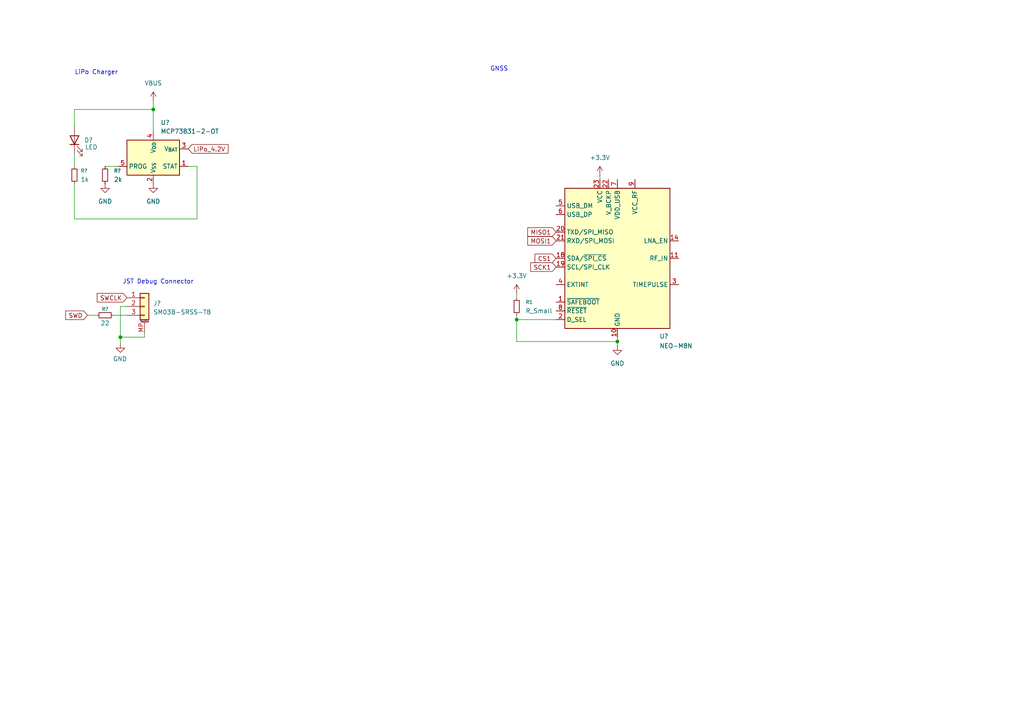
<source format=kicad_sch>
(kicad_sch (version 20250114) (generator "eeschema") (generator_version "9.0")
  (paper "A4")
  (lib_symbols
    (symbol "Battery_Management:MCP73831-2-OT"
      (property "Reference" "U" (at -7.62 6.35 0))
      (property "Value" "MCP73831-2-OT" (at 1.27 6.35 0))
      (symbol "MCP73831-2-OT_0_1"
        (rectangle (start -7.62 5.08) (end 7.62 -5.08) (stroke (width 0.254)) (fill (type background)))
      )
      (symbol "MCP73831-2-OT_1_1"
        (pin input line (at -10.16 -2.54 0) (length 2.54) (name "PROG") (number "5"))
        (pin power_in line (at 0 7.62 270) (length 2.54) (name "V_{DD}") (number "4"))
        (pin power_in line (at 0 -7.62 90) (length 2.54) (name "V_{SS}") (number "2"))
        (pin power_out line (at 10.16 2.54 180) (length 2.54) (name "V_{BAT}") (number "3"))
        (pin tri_state line (at 10.16 -2.54 180) (length 2.54) (name "STAT") (number "1"))
      )
    )
    (symbol "Connector_Generic_MountingPin:Conn_01x03_MountingPin" (pin_names (offset 1.016) (hide yes))
      (property "Reference" "J" (at 0 5.08 0))
      (property "Value" "Conn_01x03_MountingPin" (at 1.27 -5.08 0))
      (symbol "Conn_01x03_MountingPin_1_1"
        (rectangle (start -1.27 3.81) (end 1.27 -3.81) (stroke (width 0.254)) (fill (type background)))
        (rectangle (start -1.27 2.667) (end 0 2.413) (stroke (width 0.1524)))
        (rectangle (start -1.27 0.127) (end 0 -0.127) (stroke (width 0.1524)))
        (rectangle (start -1.27 -2.413) (end 0 -2.667) (stroke (width 0.1524)))
        (polyline (pts (xy -1.016 -4.572) (xy 1.016 -4.572)) (stroke (width 0.1524)))
        (text "Mounting" (at 0 -4.191 0) (effects (font (size 0.381 0.381))))
        (pin passive line (at -5.08 2.54 0) (length 3.81) (name "Pin_1") (number "1"))
        (pin passive line (at -5.08 0 0) (length 3.81) (name "Pin_2") (number "2"))
        (pin passive line (at -5.08 -2.54 0) (length 3.81) (name "Pin_3") (number "3"))
        (pin passive line (at 0 -7.62 90) (length 3.048) (name "MountPin") (number "MP"))
      )
    )
    (symbol "Device:LED" (pin_numbers (hide yes)) (pin_names (offset 1.016) (hide yes))
      (property "Reference" "D" (at 0 2.54 0))
      (property "Value" "LED" (at 0 -2.54 0))
      (symbol "LED_0_1"
        (polyline (pts (xy -3.048 -0.762) (xy -4.572 -2.286) (xy -3.81 -2.286) (xy -4.572 -2.286) (xy -4.572 -1.524)))
        (polyline (pts (xy -1.778 -0.762) (xy -3.302 -2.286) (xy -2.54 -2.286) (xy -3.302 -2.286) (xy -3.302 -1.524)))
        (polyline (pts (xy -1.27 0) (xy 1.27 0)))
        (polyline (pts (xy -1.27 -1.27) (xy -1.27 1.27)) (stroke (width 0.254)))
        (polyline (pts (xy 1.27 -1.27) (xy 1.27 1.27) (xy -1.27 0) (xy 1.27 -1.27)) (stroke (width 0.254)))
      )
      (symbol "LED_1_1"
        (pin passive line (at -3.81 0 0) (length 2.54) (name "K") (number "1"))
        (pin passive line (at 3.81 0 180) (length 2.54) (name "A") (number "2"))
      )
    )
    (symbol "Device:R_Small" (pin_numbers (hide yes)) (pin_names (offset 0.254) (hide yes))
      (property "Reference" "R" (at 0 0 90))
      (property "Value" "R_Small" (at 1.778 0 90))
      (symbol "R_Small_0_1"
        (rectangle (start -0.762 1.778) (end 0.762 -1.778) (stroke (width 0.2032)))
      )
      (symbol "R_Small_1_1"
        (pin passive line (at 0 2.54 270) (length 0.762) (name "~") (number "1"))
        (pin passive line (at 0 -2.54 90) (length 0.762) (name "~") (number "2"))
      )
    )
    (symbol "GND_1" (power) (pin_numbers (hide yes)) (pin_names (offset 0) (hide yes))
      (property "Value" "GND" (at 0 -3.81 0))
      (symbol "GND_1_0_1"
        (polyline (pts (xy 0 0) (xy 0 -1.27) (xy 1.27 -1.27) (xy 0 -2.54) (xy -1.27 -1.27) (xy 0 -1.27)))
      )
      (symbol "GND_1_1_1"
        (pin power_in line (at 0 0 270) (length 0) (name "~") (number "1"))
      )
    )
    (symbol "GND_3" (power) (pin_numbers (hide yes)) (pin_names (offset 0) (hide yes))
      (property "Value" "GND" (at 0 -3.81 0))
      (symbol "GND_3_0_1"
        (polyline (pts (xy 0 0) (xy 0 -1.27) (xy 1.27 -1.27) (xy 0 -2.54) (xy -1.27 -1.27) (xy 0 -1.27)))
      )
      (symbol "GND_3_1_1"
        (pin power_in line (at 0 0 270) (length 0) (name "~") (number "1"))
      )
    )
    (symbol "RF_GPS:NEO-M8N"
      (property "Reference" "U" (at -13.97 21.59 0))
      (property "Value" "NEO-M8N" (at 11.43 21.59 0))
      (symbol "NEO-M8N_0_1"
        (rectangle (start -15.24 20.32) (end 15.24 -20.32) (stroke (width 0.254)) (fill (type background)))
      )
      (symbol "NEO-M8N_1_1"
        (pin bidirectional line (at -17.78 15.24 0) (length 2.54) (name "USB_DM") (number "5"))
        (pin bidirectional line (at -17.78 12.7 0) (length 2.54) (name "USB_DP") (number "6"))
        (pin output line (at -17.78 7.62 0) (length 2.54) (name "TXD/SPI_MISO") (number "20"))
        (pin input line (at -17.78 5.08 0) (length 2.54) (name "RXD/SPI_MOSI") (number "21"))
        (pin bidirectional line (at -17.78 0 0) (length 2.54) (name "SDA/~{SPI_CS}") (number "18"))
        (pin input line (at -17.78 -2.54 0) (length 2.54) (name "SCL/SPI_CLK") (number "19"))
        (pin input line (at -17.78 -7.62 0) (length 2.54) (name "EXTINT") (number "4"))
        (pin input line (at -17.78 -12.7 0) (length 2.54) (name "~{SAFEBOOT}") (number "1"))
        (pin input line (at -17.78 -15.24 0) (length 2.54) (name "~{RESET}") (number "8"))
        (pin input line (at -17.78 -17.78 0) (length 2.54) (name "D_SEL") (number "2"))
        (pin power_in line (at -5.08 22.86 270) (length 2.54) (name "VCC") (number "23"))
        (pin power_in line (at -2.54 22.86 270) (length 2.54) (name "V_BCKP") (number "22"))
        (pin power_in line (at 0 22.86 270) (length 2.54) (name "VDD_USB") (number "7"))
        (pin power_in line (at 0 -22.86 90) (length 2.54) (name "GND") (number "10"))
        (pin passive line (at 0 -22.86 90) (length 2.54) (hide yes) (name "GND") (number "12"))
        (pin passive line (at 0 -22.86 90) (length 2.54) (hide yes) (name "GND") (number "13"))
        (pin passive line (at 0 -22.86 90) (length 2.54) (hide yes) (name "GND") (number "24"))
        (pin power_out line (at 5.08 22.86 270) (length 2.54) (name "VCC_RF") (number "9"))
        (pin no_connect line (at 15.24 -10.16 180) (length 2.54) (hide yes) (name "RESERVED") (number "15"))
        (pin no_connect line (at 15.24 -12.7 180) (length 2.54) (hide yes) (name "RESERVED") (number "16"))
        (pin no_connect line (at 15.24 -15.24 180) (length 2.54) (hide yes) (name "RESERVED") (number "17"))
        (pin output line (at 17.78 5.08 180) (length 2.54) (name "LNA_EN") (number "14"))
        (pin input line (at 17.78 0 180) (length 2.54) (name "RF_IN") (number "11"))
        (pin output line (at 17.78 -7.62 180) (length 2.54) (name "TIMEPULSE") (number "3"))
      )
    )
    (symbol "power:+3.3V" (power) (pin_numbers (hide yes)) (pin_names (offset 0) (hide yes))
      (property "Value" "+3.3V" (at 0 3.556 0))
      (symbol "+3.3V_0_1"
        (polyline (pts (xy -0.762 1.27) (xy 0 2.54)))
        (polyline (pts (xy 0 2.54) (xy 0.762 1.27)))
        (polyline (pts (xy 0 0) (xy 0 2.54)))
      )
      (symbol "+3.3V_1_1"
        (pin power_in line (at 0 0 90) (length 0) (name "~") (number "1"))
      )
    )
    (symbol "power:GND" (power) (pin_names (offset 0))
      (property "Value" "GND" (at 0 -3.81 0))
      (symbol "GND_0_1"
        (polyline (pts (xy 0 0) (xy 0 -1.27) (xy 1.27 -1.27) (xy 0 -2.54) (xy -1.27 -1.27) (xy 0 -1.27)))
      )
      (symbol "GND_1_1"
        (pin power_in line (at 0 0 270) (length 0) (hide yes) (name "GND") (number "1"))
      )
    )
    (symbol "power:VBUS" (power) (pin_numbers (hide yes)) (pin_names (offset 0) (hide yes))
      (property "Value" "VBUS" (at 0 3.556 0))
      (symbol "VBUS_0_1"
        (polyline (pts (xy -0.762 1.27) (xy 0 2.54)))
        (polyline (pts (xy 0 2.54) (xy 0.762 1.27)))
        (polyline (pts (xy 0 0) (xy 0 2.54)))
      )
      (symbol "VBUS_1_1"
        (pin power_in line (at 0 0 90) (length 0) (name "~") (number "1"))
      )
    )
  )
  (text "LiPo Charger" (at 27.94 21.082 0) (effects (font (size 1.27 1.27))))
  (text "JST Debug Connector" (at 35.56 82.55 0) (effects (font (size 1.27 1.27)) (justify left bottom)))
  (text "GNSS" (at 144.78 20.066 0) (effects (font (size 1.27 1.27))))
  (junction (at 34.925 97.79))
  (junction (at 44.45 31.75))
  (junction (at 179.07 99.06))
  (junction (at 149.86 92.71))
  (wire (pts (xy 36.83 88.9) (xy 34.925 88.9)))
  (wire (pts (xy 179.07 100.33) (xy 179.07 99.06)))
  (wire (pts (xy 179.07 99.06) (xy 179.07 97.79)))
  (wire (pts (xy 149.86 99.06) (xy 179.07 99.06)))
  (wire (pts (xy 33.02 91.44) (xy 36.83 91.44)))
  (wire (pts (xy 44.45 31.75) (xy 21.59 31.75)))
  (wire (pts (xy 21.59 31.75) (xy 21.59 36.83)))
  (wire (pts (xy 57.15 63.5) (xy 57.15 48.26)))
  (wire (pts (xy 44.45 31.75) (xy 44.45 38.1)))
  (wire (pts (xy 54.61 48.26) (xy 57.15 48.26)))
  (wire (pts (xy 30.48 48.26) (xy 34.29 48.26)))
  (wire (pts (xy 21.59 53.34) (xy 21.59 63.5)))
  (wire (pts (xy 149.86 85.09) (xy 149.86 86.36)))
  (wire (pts (xy 34.925 88.9) (xy 34.925 97.79)))
  (wire (pts (xy 21.59 44.45) (xy 21.59 48.26)))
  (wire (pts (xy 149.86 92.71) (xy 161.29 92.71)))
  (wire (pts (xy 41.91 96.52) (xy 41.91 97.79)))
  (wire (pts (xy 21.59 63.5) (xy 57.15 63.5)))
  (wire (pts (xy 34.925 97.79) (xy 34.925 99.695)))
  (wire (pts (xy 25.4 91.44) (xy 27.94 91.44)))
  (wire (pts (xy 149.86 92.71) (xy 149.86 99.06)))
  (wire (pts (xy 149.86 91.44) (xy 149.86 92.71)))
  (wire (pts (xy 173.99 50.8) (xy 173.99 52.07)))
  (wire (pts (xy 34.925 97.79) (xy 41.91 97.79)))
  (wire (pts (xy 44.45 29.21) (xy 44.45 31.75)))
  (global_label "SWCLK" (shape input) (at 36.83 86.36 180) (property "Intersheetrefs" "${INTERSHEET_REFS}" (effects (hide yes))))
  (global_label "MOSI1" (shape input) (at 161.29 69.85 180) (property "Intersheetrefs" "${INTERSHEET_REFS}" (effects (hide yes))))
  (global_label "SWD" (shape input) (at 25.4 91.44 180) (property "Intersheetrefs" "${INTERSHEET_REFS}" (effects (hide yes))))
  (global_label "SCK1" (shape input) (at 161.29 77.47 180) (property "Intersheetrefs" "${INTERSHEET_REFS}" (effects (hide yes))))
  (global_label "MISO1" (shape input) (at 161.29 67.31 180) (property "Intersheetrefs" "${INTERSHEET_REFS}" (effects (hide yes))))
  (global_label "LiPo_4.2V" (shape input) (at 54.61 43.18 0) (property "Intersheetrefs" "${INTERSHEET_REFS}" (effects (hide yes))))
  (global_label "CS1" (shape input) (at 161.29 74.93 180) (property "Intersheetrefs" "${INTERSHEET_REFS}" (effects (hide yes))))
  (symbol (lib_name "GND_1") (lib_id "power:GND") (at 44.45 53.34 0) (unit 1)
    (property "Reference" "#PWR04" (effects (hide yes)))
    (property "Value" "GND" (at 44.45 58.42 0))
    (property "Description" "Power symbol creates a global label with name \"GND\" , ground" (effects (hide yes)))
  )
  (symbol (lib_id "Device:R_Small") (at 21.59 50.8 180) (unit 1)
    (property "Reference" "R?" (at 23.368 49.53 0) (effects (font (size 1.016 1.016)) (justify right)))
    (property "Value" "1k" (at 23.368 52.07 0) (effects (justify right)))
    (property "Description" "Resistor, small symbol" (effects (hide yes)))
  )
  (symbol (lib_id "Device:R_Small") (at 30.48 91.44 90) (unit 1)
    (property "Reference" "R?" (at 30.48 89.662 90) (effects (font (size 1.016 1.016))))
    (property "Value" "22" (at 30.48 93.726 90))
    (property "Description" "Resistor, small symbol" (effects (hide yes)))
  )
  (symbol (lib_id "power:+3.3V") (at 149.86 85.09 0) (unit 1)
    (property "Reference" "#PWR02" (effects (hide yes)))
    (property "Value" "+3.3V" (at 149.86 80.01 0))
    (property "Description" "Power symbol creates a global label with name \"+3.3V\"" (effects (hide yes)))
  )
  (symbol (lib_id "power:GND") (at 34.925 99.695 0) (mirror y) (unit 1)
    (property "Reference" "#PWR032" (effects (hide yes)))
    (property "Value" "GND" (at 34.798 104.0892 0))
  )
  (symbol (lib_id "RF_GPS:NEO-M8N") (at 179.07 74.93 0) (unit 1)
    (property "Reference" "U?" (at 191.262 97.536 0) (effects (justify left)))
    (property "Value" "NEO-M8N" (at 191.262 100.33 0) (effects (justify left)))
    (property "Footprint" "RF_GPS:ublox_NEO" (effects (hide yes)))
    (property "Datasheet" "https://content.u-blox.com/sites/default/files/NEO-M8-FW3_DataSheet_UBX-15031086.pdf" (effects (hide yes)))
    (property "Description" "GNSS Module NEO M8, VCC 2.7V to 3.6V" (effects (hide yes)))
  )
  (symbol (lib_name "GND_1") (lib_id "power:GND") (at 30.48 53.34 0) (unit 1)
    (property "Reference" "#PWR05" (effects (hide yes)))
    (property "Value" "GND" (at 30.48 58.42 0))
    (property "Description" "Power symbol creates a global label with name \"GND\" , ground" (effects (hide yes)))
  )
  (symbol (lib_id "Device:LED") (at 21.59 40.64 90) (unit 1)
    (property "Reference" "D?" (at 24.384 40.64 90) (effects (justify right)))
    (property "Value" "LED" (at 24.638 42.672 90) (effects (justify right)))
    (property "Description" "Light emitting diode" (effects (hide yes)))
    (property "Sim.Pins" "1=K 2=A" (effects (hide yes)))
  )
  (symbol (lib_id "Connector_Generic_MountingPin:Conn_01x03_MountingPin") (at 41.91 88.9 0) (unit 1)
    (property "Reference" "J?" (at 44.45 87.9855 0) (effects (justify left)))
    (property "Value" "SM03B-SRSS-TB" (at 44.45 90.5255 0) (effects (justify left)))
    (property "Footprint" "Connector_JST:JST_SH_SM03B-SRSS-TB_1x03-1MP_P1.00mm_Horizontal" (effects (hide yes)))
  )
  (symbol (lib_id "Battery_Management:MCP73831-2-OT") (at 44.45 45.72 0) (unit 1)
    (property "Reference" "U?" (at 46.5933 35.56 0) (effects (justify left)))
    (property "Value" "MCP73831-2-OT" (at 46.5933 38.1 0) (effects (justify left)))
    (property "Footprint" "Package_TO_SOT_SMD:SOT-23-5" (effects (hide yes)))
    (property "Datasheet" "http://ww1.microchip.com/downloads/en/DeviceDoc/20001984g.pdf" (effects (hide yes)))
    (property "Description" "Single cell, Li-Ion/Li-Po charge management controller, 4.20V, Tri-State Status Output, in SOT23-5 package" (effects (hide yes)))
  )
  (symbol (lib_id "Device:R_Small") (at 30.48 50.8 180) (unit 1)
    (property "Reference" "R?" (at 33.02 49.5299 0) (effects (font (size 1.016 1.016)) (justify right)))
    (property "Value" "2k" (at 33.02 52.0699 0) (effects (justify right)))
    (property "Description" "Resistor, small symbol" (effects (hide yes)))
  )
  (symbol (lib_id "power:+3.3V") (at 173.99 50.8 0) (unit 1)
    (property "Reference" "#PWR01" (effects (hide yes)))
    (property "Value" "+3.3V" (at 173.99 45.72 0))
    (property "Description" "Power symbol creates a global label with name \"+3.3V\"" (effects (hide yes)))
  )
  (symbol (lib_id "Device:R_Small") (at 149.86 88.9 0) (unit 1)
    (property "Reference" "R1" (at 152.4 87.6299 0) (effects (font (size 1.016 1.016)) (justify left)))
    (property "Value" "R_Small" (at 152.4 90.1699 0) (effects (justify left)))
    (property "Description" "Resistor, small symbol" (effects (hide yes)))
  )
  (symbol (lib_id "power:VBUS") (at 44.45 29.21 0) (unit 1)
    (property "Reference" "#PWR07" (effects (hide yes)))
    (property "Value" "VBUS" (at 44.45 24.13 0))
    (property "Description" "Power symbol creates a global label with name \"VBUS\"" (effects (hide yes)))
  )
  (symbol (lib_name "GND_3") (lib_id "power:GND") (at 179.07 100.33 0) (unit 1)
    (property "Reference" "#PWR06" (effects (hide yes)))
    (property "Value" "GND" (at 179.07 105.41 0))
    (property "Description" "Power symbol creates a global label with name \"GND\" , ground" (effects (hide yes)))
  )
)
</source>
